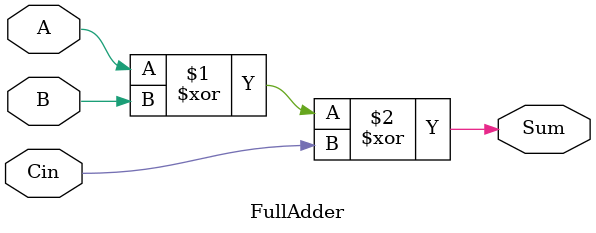
<source format=v>
module FullAdder(A,B,Cin, Sum);
	input A,B, Cin;
	output Sum;
	assign Sum= A^B^Cin;
	
endmodule

</source>
